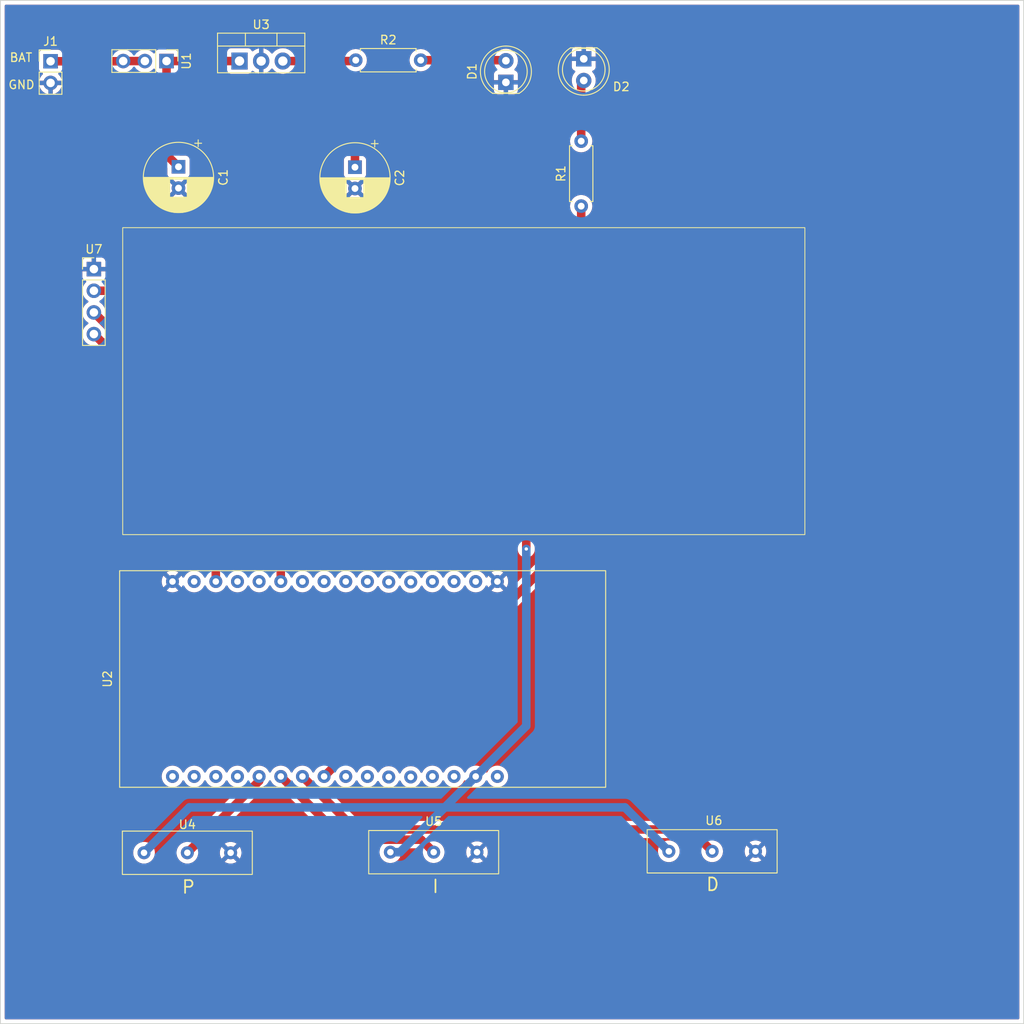
<source format=kicad_pcb>
(kicad_pcb (version 20211014) (generator pcbnew)
  (layers (0 "F.Cu" signal) (31 "B.Cu" signal) (34 "B.Paste" user) (35 "F.Paste" user) (36 "B.SilkS" user "B.Silkscreen") (37 "F.SilkS" user "F.Silkscreen") (38 "B.Mask" user) (39 "F.Mask" user) (44 "Edge.Cuts" user))
  (net 0 "")
  (net 1 "+BATT")
  (net 2 "GND")
  (net 3 "+5V")
  (net 4 "Net-(D1-Pad2)")
  (net 5 "Net-(D2-Pad2)")
  (net 6 "/WF_LED2")
  (net 20 "/SDA")
  (net 21 "/SCL")
  (net 25 "/Ki")
  (net 26 "/Kd")
  (net 27 "/Kp")
  (net 35 "+BATT_IN")
  (footprint "myLibrary:variable_R" (layer "F.Cu") (at 101.02 119.88)
    (fp_text reference "U4" (at 0 -3.3 unlocked) (layer "F.SilkS"))
    (fp_text value "Kp")
    (fp_rect (start -7.62 -2.54) (end 7.62 2.54) (layer "F.SilkS") (width 0.12) (fill none))
    (pad "1" thru_hole circle (at -5.08 0) (size 1.524 1.524) (drill 0.762) (layers *.Cu *.Mask) (net 3 "+5V"))
    (pad "2" thru_hole circle (at 0 0) (size 1.524 1.524) (drill 0.762) (layers *.Cu *.Mask) (net 27 "/Kp"))
    (pad "3" thru_hole circle (at 5.08 0) (size 1.524 1.524) (drill 0.762) (layers *.Cu *.Mask) (net 2 "GND"))
  )
  (footprint "LED_THT:LED_D5.0mm" (layer "F.Cu") (at 147.51 26.77 -90)
    (fp_text reference "D2" (at 3.275 -4.4 180) (layer "F.SilkS"))
    (fp_text value "LED")
    (fp_line (start -1.29 -1.545) (end -1.29 1.545) (layer "F.SilkS") (width 0.12))
    (fp_arc (start 4.26 -0.000462) (mid 2.072002 2.880433) (end -1.29 1.54483) (layer "F.SilkS") (width 0.12))
    (fp_arc (start -1.29 -1.54483) (mid 2.072002 -2.880433) (end 4.26 0.000462) (layer "F.SilkS") (width 0.12))
    (fp_circle (center 1.27 0) (end 3.77 0) (layer "F.SilkS") (width 0.12) (fill none))
    (pad "1" thru_hole rect (at 0 0 270) (size 1.8 1.8) (drill 0.9) (layers *.Cu *.Mask) (net 2 "GND"))
    (pad "2" thru_hole circle (at 2.54 0 270) (size 1.8 1.8) (drill 0.9) (layers *.Cu *.Mask) (net 5 "Net-(D2-Pad2)"))
  )
  (footprint "Capacitor_THT:CP_Radial_D8.0mm_P2.50mm" (layer "F.Cu") (at 120.68 39.477349 -90)
    (fp_text reference "C2" (at 1.25 -5.25 90) (layer "F.SilkS"))
    (fp_text value "CAP")
    (fp_line (start 2.851 1.04) (end 2.851 3.757) (layer "F.SilkS") (width 0.12))
    (fp_line (start 3.571 -3.365) (end 3.571 3.365) (layer "F.SilkS") (width 0.12))
    (fp_line (start 4.771 -2.102) (end 4.771 2.102) (layer "F.SilkS") (width 0.12))
    (fp_line (start 1.33 -4.08) (end 1.33 4.08) (layer "F.SilkS") (width 0.12))
    (fp_line (start 1.69 1.04) (end 1.69 4.057) (layer "F.SilkS") (width 0.12))
    (fp_line (start 2.211 1.04) (end 2.211 3.967) (layer "F.SilkS") (width 0.12))
    (fp_line (start 3.931 -3.09) (end 3.931 3.09) (layer "F.SilkS") (width 0.12))
    (fp_line (start 4.211 -2.826) (end 4.211 2.826) (layer "F.SilkS") (width 0.12))
    (fp_line (start 2.691 -3.821) (end 2.691 -1.04) (layer "F.SilkS") (width 0.12))
    (fp_line (start 2.291 1.04) (end 2.291 3.947) (layer "F.SilkS") (width 0.12))
    (fp_line (start 2.811 -3.774) (end 2.811 -1.04) (layer "F.SilkS") (width 0.12))
    (fp_line (start 3.971 -3.055) (end 3.971 3.055) (layer "F.SilkS") (width 0.12))
    (fp_line (start 5.131 -1.346) (end 5.131 1.346) (layer "F.SilkS") (width 0.12))
    (fp_line (start 3.411 1.04) (end 3.411 3.469) (layer "F.SilkS") (width 0.12))
    (fp_line (start 4.451 -2.556) (end 4.451 2.556) (layer "F.SilkS") (width 0.12))
    (fp_line (start 3.171 -3.606) (end 3.171 -1.04) (layer "F.SilkS") (width 0.12))
    (fp_line (start 2.011 -4.01) (end 2.011 -1.04) (layer "F.SilkS") (width 0.12))
    (fp_line (start 2.571 1.04) (end 2.571 3.863) (layer "F.SilkS") (width 0.12))
    (fp_line (start 2.891 -3.74) (end 2.891 -1.04) (layer "F.SilkS") (width 0.12))
    (fp_line (start 2.331 1.04) (end 2.331 3.936) (layer "F.SilkS") (width 0.12))
    (fp_line (start 4.891 -1.89) (end 4.891 1.89) (layer "F.SilkS") (width 0.12))
    (fp_line (start 2.251 -3.957) (end 2.251 -1.04) (layer "F.SilkS") (width 0.12))
    (fp_line (start 4.731 -2.166) (end 4.731 2.166) (layer "F.SilkS") (width 0.12))
    (fp_line (start 4.051 -2.983) (end 4.051 2.983) (layer "F.SilkS") (width 0.12))
    (fp_line (start 3.011 1.04) (end 3.011 3.686) (layer "F.SilkS") (width 0.12))
    (fp_line (start 2.051 -4.002) (end 2.051 -1.04) (layer "F.SilkS") (width 0.12))
    (fp_line (start 2.411 -3.914) (end 2.411 -1.04) (layer "F.SilkS") (width 0.12))
    (fp_line (start 3.251 1.04) (end 3.251 3.562) (layer "F.SilkS") (width 0.12))
    (fp_line (start 2.451 -3.902) (end 2.451 -1.04) (layer "F.SilkS") (width 0.12))
    (fp_line (start 4.491 -2.505) (end 4.491 2.505) (layer "F.SilkS") (width 0.12))
    (fp_line (start 3.371 -3.493) (end 3.371 -1.04) (layer "F.SilkS") (width 0.12))
    (fp_line (start 1.89 1.04) (end 1.89 4.03) (layer "F.SilkS") (width 0.12))
    (fp_line (start 4.171 -2.867) (end 4.171 2.867) (layer "F.SilkS") (width 0.12))
    (fp_line (start 4.651 -2.287) (end 4.651 2.287) (layer "F.SilkS") (width 0.12))
    (fp_line (start 1.85 1.04) (end 1.85 4.037) (layer "F.SilkS") (width 0.12))
    (fp_line (start 1.29 -4.08) (end 1.29 4.08) (layer "F.SilkS") (width 0.12))
    (fp_line (start 3.691 -3.28) (end 3.691 3.28) (layer "F.SilkS") (width 0.12))
    (fp_line (start 2.611 1.04) (end 2.611 3.85) (layer "F.SilkS") (width 0.12))
    (fp_line (start 2.931 -3.722) (end 2.931 -1.04) (layer "F.SilkS") (width 0.12))
    (fp_line (start 4.691 -2.228) (end 4.691 2.228) (layer "F.SilkS") (width 0.12))
    (fp_line (start 1.93 -4.024) (end 1.93 -1.04) (layer "F.SilkS") (width 0.12))
    (fp_line (start 2.011 1.04) (end 2.011 4.01) (layer "F.SilkS") (width 0.12))
    (fp_line (start -2.759698 -2.715) (end -2.759698 -1.915) (layer "F.SilkS") (width 0.12))
    (fp_line (start 5.171 -1.229) (end 5.171 1.229) (layer "F.SilkS") (width 0.12))
    (fp_line (start 2.611 -3.85) (end 2.611 -1.04) (layer "F.SilkS") (width 0.12))
    (fp_line (start 2.371 1.04) (end 2.371 3.925) (layer "F.SilkS") (width 0.12))
    (fp_line (start 1.49 -4.074) (end 1.49 -1.04) (layer "F.SilkS") (width 0.12))
    (fp_line (start 4.531 -2.454) (end 4.531 2.454) (layer "F.SilkS") (width 0.12))
    (fp_line (start 4.331 -2.697) (end 4.331 2.697) (layer "F.SilkS") (width 0.12))
    (fp_line (start 4.131 -2.907) (end 4.131 2.907) (layer "F.SilkS") (width 0.12))
    (fp_line (start 4.011 -3.019) (end 4.011 3.019) (layer "F.SilkS") (width 0.12))
    (fp_line (start 2.531 -3.877) (end 2.531 -1.04) (layer "F.SilkS") (width 0.12))
    (fp_line (start 4.571 -2.4) (end 4.571 2.4) (layer "F.SilkS") (width 0.12))
    (fp_line (start 2.171 -3.976) (end 2.171 -1.04) (layer "F.SilkS") (width 0.12))
    (fp_line (start 1.77 1.04) (end 1.77 4.048) (layer "F.SilkS") (width 0.12))
    (fp_line (start 4.851 -1.964) (end 4.851 1.964) (layer "F.SilkS") (width 0.12))
    (fp_line (start 2.491 -3.889) (end 2.491 -1.04) (layer "F.SilkS") (width 0.12))
    (fp_line (start 1.81 -4.042) (end 1.81 -1.04) (layer "F.SilkS") (width 0.12))
    (fp_line (start 1.53 1.04) (end 1.53 4.071) (layer "F.SilkS") (width 0.12))
    (fp_line (start 5.331 -0.533) (end 5.331 0.533) (layer "F.SilkS") (width 0.12))
    (fp_line (start 2.971 -3.704) (end 2.971 -1.04) (layer "F.SilkS") (width 0.12))
    (fp_line (start 1.61 -4.065) (end 1.61 -1.04) (layer "F.SilkS") (width 0.12))
    (fp_line (start 1.73 -4.052) (end 1.73 -1.04) (layer "F.SilkS") (width 0.12))
    (fp_line (start 1.37 -4.079) (end 1.37 4.079) (layer "F.SilkS") (width 0.12))
    (fp_line (start 4.931 -1.813) (end 4.931 1.813) (layer "F.SilkS") (width 0.12))
    (fp_line (start 3.811 -3.189) (end 3.811 3.189) (layer "F.SilkS") (width 0.12))
    (fp_line (start 2.171 1.04) (end 2.171 3.976) (layer "F.SilkS") (width 0.12))
    (fp_line (start 3.051 -3.666) (end 3.051 -1.04) (layer "F.SilkS") (width 0.12))
    (fp_line (start 3.331 1.04) (end 3.331 3.517) (layer "F.SilkS") (width 0.12))
    (fp_line (start 3.411 -3.469) (end 3.411 -1.04) (layer "F.SilkS") (width 0.12))
    (fp_line (start 5.251 -0.948) (end 5.251 0.948) (layer "F.SilkS") (width 0.12))
    (fp_line (start 2.891 1.04) (end 2.891 3.74) (layer "F.SilkS") (width 0.12))
    (fp_line (start 3.091 1.04) (end 3.091 3.647) (layer "F.SilkS") (width 0.12))
    (fp_line (start 3.291 -3.54) (end 3.291 -1.04) (layer "F.SilkS") (width 0.12))
    (fp_line (start 4.611 -2.345) (end 4.611 2.345) (layer "F.SilkS") (width 0.12))
    (fp_line (start 1.73 1.04) (end 1.73 4.052) (layer "F.SilkS") (width 0.12))
    (fp_line (start 1.971 -4.017) (end 1.971 -1.04) (layer "F.SilkS") (width 0.12))
    (fp_line (start 2.451 1.04) (end 2.451 3.902) (layer "F.SilkS") (width 0.12))
    (fp_line (start 3.491 1.04) (end 3.491 3.418) (layer "F.SilkS") (width 0.12))
    (fp_line (start 1.45 -4.076) (end 1.45 4.076) (layer "F.SilkS") (width 0.12))
    (fp_line (start 3.531 -3.392) (end 3.531 -1.04) (layer "F.SilkS") (width 0.12))
    (fp_line (start 3.491 -3.418) (end 3.491 -1.04) (layer "F.SilkS") (width 0.12))
    (fp_line (start 3.011 -3.686) (end 3.011 -1.04) (layer "F.SilkS") (width 0.12))
    (fp_line (start 3.331 -3.517) (end 3.331 -1.04) (layer "F.SilkS") (width 0.12))
    (fp_line (start 2.211 -3.967) (end 2.211 -1.04) (layer "F.SilkS") (width 0.12))
    (fp_line (start 2.291 -3.947) (end 2.291 -1.04) (layer "F.SilkS") (width 0.12))
    (fp_line (start 3.211 -3.584) (end 3.211 -1.04) (layer "F.SilkS") (width 0.12))
    (fp_line (start 2.491 1.04) (end 2.491 3.889) (layer "F.SilkS") (width 0.12))
    (fp_line (start 1.65 1.04) (end 1.65 4.061) (layer "F.SilkS") (width 0.12))
    (fp_line (start 2.971 1.04) (end 2.971 3.704) (layer "F.SilkS") (width 0.12))
    (fp_line (start 3.531 1.04) (end 3.531 3.392) (layer "F.SilkS") (width 0.12))
    (fp_line (start 4.251 -2.784) (end 4.251 2.784) (layer "F.SilkS") (width 0.12))
    (fp_line (start 3.091 -3.647) (end 3.091 -1.04) (layer "F.SilkS") (width 0.12))
    (fp_line (start 3.251 -3.562) (end 3.251 -1.04) (layer "F.SilkS") (width 0.12))
    (fp_line (start 2.931 1.04) (end 2.931 3.722) (layer "F.SilkS") (width 0.12))
    (fp_line (start 1.25 -4.08) (end 1.25 4.08) (layer "F.SilkS") (width 0.12))
    (fp_line (start 3.051 1.04) (end 3.051 3.666) (layer "F.SilkS") (width 0.12))
    (fp_line (start 2.091 1.04) (end 2.091 3.994) (layer "F.SilkS") (width 0.12))
    (fp_line (start 2.051 1.04) (end 2.051 4.002) (layer "F.SilkS") (width 0.12))
    (fp_line (start 5.011 -1.645) (end 5.011 1.645) (layer "F.SilkS") (width 0.12))
    (fp_line (start 2.731 1.04) (end 2.731 3.805) (layer "F.SilkS") (width 0.12))
    (fp_line (start 1.65 -4.061) (end 1.65 -1.04) (layer "F.SilkS") (width 0.12))
    (fp_line (start 4.091 -2.945) (end 4.091 2.945) (layer "F.SilkS") (width 0.12))
    (fp_line (start 3.891 -3.124) (end 3.891 3.124) (layer "F.SilkS") (width 0.12))
    (fp_line (start 5.211 -1.098) (end 5.211 1.098) (layer "F.SilkS") (width 0.12))
    (fp_line (start 1.93 1.04) (end 1.93 4.024) (layer "F.SilkS") (width 0.12))
    (fp_line (start 2.651 1.04) (end 2.651 3.835) (layer "F.SilkS") (width 0.12))
    (fp_line (start 3.731 -3.25) (end 3.731 3.25) (layer "F.SilkS") (width 0.12))
    (fp_line (start 1.77 -4.048) (end 1.77 -1.04) (layer "F.SilkS") (width 0.12))
    (fp_line (start 2.131 -3.985) (end 2.131 -1.04) (layer "F.SilkS") (width 0.12))
    (fp_line (start 4.291 -2.741) (end 4.291 2.741) (layer "F.SilkS") (width 0.12))
    (fp_line (start 2.771 1.04) (end 2.771 3.79) (layer "F.SilkS") (width 0.12))
    (fp_line (start 1.57 1.04) (end 1.57 4.068) (layer "F.SilkS") (width 0.12))
    (fp_line (start 2.731 -3.805) (end 2.731 -1.04) (layer "F.SilkS") (width 0.12))
    (fp_line (start 2.651 -3.835) (end 2.651 -1.04) (layer "F.SilkS") (width 0.12))
    (fp_line (start 2.771 -3.79) (end 2.771 -1.04) (layer "F.SilkS") (width 0.12))
    (fp_line (start 3.851 -3.156) (end 3.851 3.156) (layer "F.SilkS") (width 0.12))
    (fp_line (start 2.811 1.04) (end 2.811 3.774) (layer "F.SilkS") (width 0.12))
    (fp_line (start 3.211 1.04) (end 3.211 3.584) (layer "F.SilkS") (width 0.12))
    (fp_line (start 4.811 -2.034) (end 4.811 2.034) (layer "F.SilkS") (width 0.12))
    (fp_line (start 3.611 -3.338) (end 3.611 3.338) (layer "F.SilkS") (width 0.12))
    (fp_line (start 3.131 -3.627) (end 3.131 -1.04) (layer "F.SilkS") (width 0.12))
    (fp_line (start 4.411 -2.604) (end 4.411 2.604) (layer "F.SilkS") (width 0.12))
    (fp_line (start 2.251 1.04) (end 2.251 3.957) (layer "F.SilkS") (width 0.12))
    (fp_line (start 2.331 -3.936) (end 2.331 -1.04) (layer "F.SilkS") (width 0.12))
    (fp_line (start 1.41 -4.077) (end 1.41 4.077) (layer "F.SilkS") (width 0.12))
    (fp_line (start 3.451 -3.444) (end 3.451 -1.04) (layer "F.SilkS") (width 0.12))
    (fp_line (start 4.371 -2.651) (end 4.371 2.651) (layer "F.SilkS") (width 0.12))
    (fp_line (start 4.971 -1.731) (end 4.971 1.731) (layer "F.SilkS") (width 0.12))
    (fp_line (start 2.691 1.04) (end 2.691 3.821) (layer "F.SilkS") (width 0.12))
    (fp_line (start 1.89 -4.03) (end 1.89 -1.04) (layer "F.SilkS") (width 0.12))
    (fp_line (start -3.159698 -2.315) (end -2.359698 -2.315) (layer "F.SilkS") (width 0.12))
    (fp_line (start 3.171 1.04) (end 3.171 3.606) (layer "F.SilkS") (width 0.12))
    (fp_line (start 5.291 -0.768) (end 5.291 0.768) (layer "F.SilkS") (width 0.12))
    (fp_line (start 3.651 -3.309) (end 3.651 3.309) (layer "F.SilkS") (width 0.12))
    (fp_line (start 2.571 -3.863) (end 2.571 -1.04) (layer "F.SilkS") (width 0.12))
    (fp_line (start 1.57 -4.068) (end 1.57 -1.04) (layer "F.SilkS") (width 0.12))
    (fp_line (start 1.81 1.04) (end 1.81 4.042) (layer "F.SilkS") (width 0.12))
    (fp_line (start 5.091 -1.453) (end 5.091 1.453) (layer "F.SilkS") (width 0.12))
    (fp_line (start 5.051 -1.552) (end 5.051 1.552) (layer "F.SilkS") (width 0.12))
    (fp_line (start 2.411 1.04) (end 2.411 3.914) (layer "F.SilkS") (width 0.12))
    (fp_line (start 2.531 1.04) (end 2.531 3.877) (layer "F.SilkS") (width 0.12))
    (fp_line (start 3.131 1.04) (end 3.131 3.627) (layer "F.SilkS") (width 0.12))
    (fp_line (start 1.69 -4.057) (end 1.69 -1.04) (layer "F.SilkS") (width 0.12))
    (fp_line (start 3.371 1.04) (end 3.371 3.493) (layer "F.SilkS") (width 0.12))
    (fp_line (start 1.971 1.04) (end 1.971 4.017) (layer "F.SilkS") (width 0.12))
    (fp_line (start 1.53 -4.071) (end 1.53 -1.04) (layer "F.SilkS") (width 0.12))
    (fp_line (start 3.451 1.04) (end 3.451 3.444) (layer "F.SilkS") (width 0.12))
    (fp_line (start 1.85 -4.037) (end 1.85 -1.04) (layer "F.SilkS") (width 0.12))
    (fp_line (start 3.291 1.04) (end 3.291 3.54) (layer "F.SilkS") (width 0.12))
    (fp_line (start 2.851 -3.757) (end 2.851 -1.04) (layer "F.SilkS") (width 0.12))
    (fp_line (start 2.131 1.04) (end 2.131 3.985) (layer "F.SilkS") (width 0.12))
    (fp_line (start 1.61 1.04) (end 1.61 4.065) (layer "F.SilkS") (width 0.12))
    (fp_line (start 2.371 -3.925) (end 2.371 -1.04) (layer "F.SilkS") (width 0.12))
    (fp_line (start 3.771 -3.22) (end 3.771 3.22) (layer "F.SilkS") (width 0.12))
    (fp_line (start 1.49 1.04) (end 1.49 4.074) (layer "F.SilkS") (width 0.12))
    (fp_line (start 2.091 -3.994) (end 2.091 -1.04) (layer "F.SilkS") (width 0.12))
    (fp_circle (center 1.25 0) (end 5.37 0) (layer "F.SilkS") (width 0.12) (fill none))
    (pad "1" thru_hole rect (at 0 0 270) (size 1.6 1.6) (drill 0.8) (layers *.Cu *.Mask) (net 3 "+5V"))
    (pad "2" thru_hole circle (at 2.5 0 270) (size 1.6 1.6) (drill 0.8) (layers *.Cu *.Mask) (net 2 "GND"))
  )
  (footprint "Connector_PinHeader_2.54mm:PinHeader_1x04_P2.54mm_Vertical" (layer "F.Cu") (at 90.06 51.43)
    (fp_text reference "U7" (at 0 -2.33) (layer "F.SilkS"))
    (fp_text value "LCD")
    (fp_line (start -1.33 -1.33) (end 0 -1.33) (layer "F.SilkS") (width 0.12))
    (fp_line (start -1.33 0) (end -1.33 -1.33) (layer "F.SilkS") (width 0.12))
    (fp_line (start -1.33 1.27) (end -1.33 8.95) (layer "F.SilkS") (width 0.12))
    (fp_line (start -1.33 8.95) (end 1.33 8.95) (layer "F.SilkS") (width 0.12))
    (fp_line (start 1.33 1.27) (end 1.33 8.95) (layer "F.SilkS") (width 0.12))
    (fp_line (start -1.33 1.27) (end 1.33 1.27) (layer "F.SilkS") (width 0.12))
    (pad "1" thru_hole rect (at 0 0) (size 1.7 1.7) (drill 1) (layers *.Cu *.Mask) (net 2 "GND"))
    (pad "2" thru_hole oval (at 0 2.54) (size 1.7 1.7) (drill 1) (layers *.Cu *.Mask) (net 3 "+5V"))
    (pad "3" thru_hole oval (at 0 5.08) (size 1.7 1.7) (drill 1) (layers *.Cu *.Mask) (net 20 "/SDA"))
    (pad "4" thru_hole oval (at 0 7.62) (size 1.7 1.7) (drill 1) (layers *.Cu *.Mask) (net 21 "/SCL"))
  )
  (footprint "LED_THT:LED_D5.0mm" (layer "F.Cu") (at 138.38 29.53 90)
    (fp_text reference "D1" (at 1.27 -3.96 90) (layer "F.SilkS"))
    (fp_text value "LED")
    (fp_line (start -1.29 -1.545) (end -1.29 1.545) (layer "F.SilkS") (width 0.12))
    (fp_arc (start -1.29 -1.54483) (mid 2.072002 -2.880433) (end 4.26 0.000462) (layer "F.SilkS") (width 0.12))
    (fp_arc (start 4.26 -0.000462) (mid 2.072002 2.880433) (end -1.29 1.54483) (layer "F.SilkS") (width 0.12))
    (fp_circle (center 1.27 0) (end 3.77 0) (layer "F.SilkS") (width 0.12) (fill none))
    (pad "1" thru_hole rect (at 0 0 90) (size 1.8 1.8) (drill 0.9) (layers *.Cu *.Mask) (net 2 "GND"))
    (pad "2" thru_hole circle (at 2.54 0 90) (size 1.8 1.8) (drill 0.9) (layers *.Cu *.Mask) (net 4 "Net-(D1-Pad2)"))
  )
  (footprint "Connector_PinHeader_2.54mm:PinHeader_1x03_P2.54mm_Vertical" (layer "F.Cu") (at 98.58 27.03 -90)
    (fp_text reference "U1" (at 0 -2.33 90) (layer "F.SilkS"))
    (fp_text value "Switch1")
    (fp_line (start 1.33 1.27) (end 1.33 6.41) (layer "F.SilkS") (width 0.12))
    (fp_line (start -1.33 6.41) (end 1.33 6.41) (layer "F.SilkS") (width 0.12))
    (fp_line (start -1.33 1.27) (end -1.33 6.41) (layer "F.SilkS") (width 0.12))
    (fp_line (start -1.33 1.27) (end 1.33 1.27) (layer "F.SilkS") (width 0.12))
    (fp_line (start -1.33 -1.33) (end 0 -1.33) (layer "F.SilkS") (width 0.12))
    (fp_line (start -1.33 0) (end -1.33 -1.33) (layer "F.SilkS") (width 0.12))
    (pad "1" thru_hole rect (at 0 0 270) (size 1.7 1.7) (drill 1) (layers *.Cu *.Mask) (net 1 "+BATT"))
    (pad "2" thru_hole oval (at 0 2.54 270) (size 1.7 1.7) (drill 1) (layers *.Cu *.Mask) (net 35 "+BATT_IN"))
    (pad "3" thru_hole oval (at 0 5.08 270) (size 1.7 1.7) (drill 1) (layers *.Cu *.Mask) (net 35 "+BATT_IN"))
  )
  (footprint "Connector_PinHeader_2.54mm:PinHeader_1x02_P2.54mm_Vertical" (layer "F.Cu") (at 84.98 27.055)
    (fp_text reference "J1" (at 0 -2.33) (layer "F.SilkS"))
    (fp_text value "Connector2")
    (fp_line (start -1.33 1.27) (end 1.33 1.27) (layer "F.SilkS") (width 0.12))
    (fp_line (start 1.33 1.27) (end 1.33 3.87) (layer "F.SilkS") (width 0.12))
    (fp_line (start -1.33 -1.33) (end 0 -1.33) (layer "F.SilkS") (width 0.12))
    (fp_line (start -1.33 0) (end -1.33 -1.33) (layer "F.SilkS") (width 0.12))
    (fp_line (start -1.33 3.87) (end 1.33 3.87) (layer "F.SilkS") (width 0.12))
    (fp_line (start -1.33 1.27) (end -1.33 3.87) (layer "F.SilkS") (width 0.12))
    (pad "1" thru_hole rect (at 0 0) (size 1.7 1.7) (drill 1) (layers *.Cu *.Mask) (net 35 "+BATT_IN"))
    (pad "2" thru_hole oval (at 0 2.54) (size 1.7 1.7) (drill 1) (layers *.Cu *.Mask) (net 2 "GND"))
  )
  (footprint "myLibrary:variable_R" (layer "F.Cu") (at 162.57 119.71)
    (fp_text reference "U6" (at 0.2 -3.6 unlocked) (layer "F.SilkS"))
    (fp_text value "Kd")
    (fp_rect (start -7.62 -2.54) (end 7.62 2.54) (layer "F.SilkS") (width 0.12) (fill none))
    (pad "1" thru_hole circle (at -5.08 0) (size 1.524 1.524) (drill 0.762) (layers *.Cu *.Mask) (net 3 "+5V"))
    (pad "2" thru_hole circle (at 0 0) (size 1.524 1.524) (drill 0.762) (layers *.Cu *.Mask) (net 26 "/Kd"))
    (pad "3" thru_hole circle (at 5.08 0) (size 1.524 1.524) (drill 0.762) (layers *.Cu *.Mask) (net 2 "GND"))
  )
  (footprint "Capacitor_THT:CP_Radial_D8.0mm_P2.50mm" (layer "F.Cu") (at 99.98 39.43 -90)
    (fp_text reference "C1" (at 1.25 -5.25 90) (layer "F.SilkS"))
    (fp_text value "CAP")
    (fp_line (start 3.011 -3.686) (end 3.011 -1.04) (layer "F.SilkS") (width 0.12))
    (fp_line (start 1.53 -4.071) (end 1.53 -1.04) (layer "F.SilkS") (width 0.12))
    (fp_line (start 1.65 1.04) (end 1.65 4.061) (layer "F.SilkS") (width 0.12))
    (fp_line (start 1.57 -4.068) (end 1.57 -1.04) (layer "F.SilkS") (width 0.12))
    (fp_line (start 4.571 -2.4) (end 4.571 2.4) (layer "F.SilkS") (width 0.12))
    (fp_line (start 1.69 1.04) (end 1.69 4.057) (layer "F.SilkS") (width 0.12))
    (fp_line (start 4.611 -2.345) (end 4.611 2.345) (layer "F.SilkS") (width 0.12))
    (fp_line (start 3.331 -3.517) (end 3.331 -1.04) (layer "F.SilkS") (width 0.12))
    (fp_line (start 4.651 -2.287) (end 4.651 2.287) (layer "F.SilkS") (width 0.12))
    (fp_line (start 2.811 -3.774) (end 2.811 -1.04) (layer "F.SilkS") (width 0.12))
    (fp_line (start 3.131 -3.627) (end 3.131 -1.04) (layer "F.SilkS") (width 0.12))
    (fp_line (start 2.771 -3.79) (end 2.771 -1.04) (layer "F.SilkS") (width 0.12))
    (fp_line (start 3.291 1.04) (end 3.291 3.54) (layer "F.SilkS") (width 0.12))
    (fp_line (start 4.691 -2.228) (end 4.691 2.228) (layer "F.SilkS") (width 0.12))
    (fp_line (start 4.771 -2.102) (end 4.771 2.102) (layer "F.SilkS") (width 0.12))
    (fp_line (start 2.291 -3.947) (end 2.291 -1.04) (layer "F.SilkS") (width 0.12))
    (fp_line (start 4.011 -3.019) (end 4.011 3.019) (layer "F.SilkS") (width 0.12))
    (fp_line (start 3.331 1.04) (end 3.331 3.517) (layer "F.SilkS") (width 0.12))
    (fp_line (start 3.931 -3.09) (end 3.931 3.09) (layer "F.SilkS") (width 0.12))
    (fp_line (start 2.331 1.04) (end 2.331 3.936) (layer "F.SilkS") (width 0.12))
    (fp_line (start 4.811 -2.034) (end 4.811 2.034) (layer "F.SilkS") (width 0.12))
    (fp_line (start 3.811 -3.189) (end 3.811 3.189) (layer "F.SilkS") (width 0.12))
    (fp_line (start 3.851 -3.156) (end 3.851 3.156) (layer "F.SilkS") (width 0.12))
    (fp_line (start 3.211 1.04) (end 3.211 3.584) (layer "F.SilkS") (width 0.12))
    (fp_line (start 3.971 -3.055) (end 3.971 3.055) (layer "F.SilkS") (width 0.12))
    (fp_line (start 1.25 -4.08) (end 1.25 4.08) (layer "F.SilkS") (width 0.12))
    (fp_line (start 1.49 -4.074) (end 1.49 -1.04) (layer "F.SilkS") (width 0.12))
    (fp_line (start 1.73 -4.052) (end 1.73 -1.04) (layer "F.SilkS") (width 0.12))
    (fp_line (start 5.291 -0.768) (end 5.291 0.768) (layer "F.SilkS") (width 0.12))
    (fp_line (start 1.85 -4.037) (end 1.85 -1.04) (layer "F.SilkS") (width 0.12))
    (fp_line (start 1.85 1.04) (end 1.85 4.037) (layer "F.SilkS") (width 0.12))
    (fp_line (start 1.45 -4.076) (end 1.45 4.076) (layer "F.SilkS") (width 0.12))
    (fp_line (start 5.331 -0.533) (end 5.331 0.533) (layer "F.SilkS") (width 0.12))
    (fp_line (start 2.051 -4.002) (end 2.051 -1.04) (layer "F.SilkS") (width 0.12))
    (fp_line (start 5.091 -1.453) (end 5.091 1.453) (layer "F.SilkS") (width 0.12))
    (fp_line (start 2.731 -3.805) (end 2.731 -1.04) (layer "F.SilkS") (width 0.12))
    (fp_line (start 3.411 -3.469) (end 3.411 -1.04) (layer "F.SilkS") (width 0.12))
    (fp_line (start 1.33 -4.08) (end 1.33 4.08) (layer "F.SilkS") (width 0.12))
    (fp_line (start 2.451 1.04) (end 2.451 3.902) (layer "F.SilkS") (width 0.12))
    (fp_line (start 2.651 1.04) (end 2.651 3.835) (layer "F.SilkS") (width 0.12))
    (fp_line (start -2.759698 -2.715) (end -2.759698 -1.915) (layer "F.SilkS") (width 0.12))
    (fp_line (start 3.891 -3.124) (end 3.891 3.124) (layer "F.SilkS") (width 0.12))
    (fp_line (start 3.531 -3.392) (end 3.531 -1.04) (layer "F.SilkS") (width 0.12))
    (fp_line (start 3.371 -3.493) (end 3.371 -1.04) (layer "F.SilkS") (width 0.12))
    (fp_line (start 2.091 1.04) (end 2.091 3.994) (layer "F.SilkS") (width 0.12))
    (fp_line (start 2.571 -3.863) (end 2.571 -1.04) (layer "F.SilkS") (width 0.12))
    (fp_line (start 3.771 -3.22) (end 3.771 3.22) (layer "F.SilkS") (width 0.12))
    (fp_line (start 1.81 -4.042) (end 1.81 -1.04) (layer "F.SilkS") (width 0.12))
    (fp_line (start 2.891 -3.74) (end 2.891 -1.04) (layer "F.SilkS") (width 0.12))
    (fp_line (start 4.891 -1.89) (end 4.891 1.89) (layer "F.SilkS") (width 0.12))
    (fp_line (start 3.211 -3.584) (end 3.211 -1.04) (layer "F.SilkS") (width 0.12))
    (fp_line (start 1.69 -4.057) (end 1.69 -1.04) (layer "F.SilkS") (width 0.12))
    (fp_line (start 1.29 -4.08) (end 1.29 4.08) (layer "F.SilkS") (width 0.12))
    (fp_line (start 4.331 -2.697) (end 4.331 2.697) (layer "F.SilkS") (width 0.12))
    (fp_line (start 2.491 -3.889) (end 2.491 -1.04) (layer "F.SilkS") (width 0.12))
    (fp_line (start 2.611 1.04) (end 2.611 3.85) (layer "F.SilkS") (width 0.12))
    (fp_line (start 4.411 -2.604) (end 4.411 2.604) (layer "F.SilkS") (width 0.12))
    (fp_line (start 2.691 1.04) (end 2.691 3.821) (layer "F.SilkS") (width 0.12))
    (fp_line (start 1.65 -4.061) (end 1.65 -1.04) (layer "F.SilkS") (width 0.12))
    (fp_line (start 3.651 -3.309) (end 3.651 3.309) (layer "F.SilkS") (width 0.12))
    (fp_line (start 4.451 -2.556) (end 4.451 2.556) (layer "F.SilkS") (width 0.12))
    (fp_line (start 2.571 1.04) (end 2.571 3.863) (layer "F.SilkS") (width 0.12))
    (fp_line (start 2.171 1.04) (end 2.171 3.976) (layer "F.SilkS") (width 0.12))
    (fp_line (start 4.051 -2.983) (end 4.051 2.983) (layer "F.SilkS") (width 0.12))
    (fp_line (start 2.851 -3.757) (end 2.851 -1.04) (layer "F.SilkS") (width 0.12))
    (fp_line (start 2.531 -3.877) (end 2.531 -1.04) (layer "F.SilkS") (width 0.12))
    (fp_line (start 2.531 1.04) (end 2.531 3.877) (layer "F.SilkS") (width 0.12))
    (fp_line (start 1.73 1.04) (end 1.73 4.052) (layer "F.SilkS") (width 0.12))
    (fp_line (start 2.411 -3.914) (end 2.411 -1.04) (layer "F.SilkS") (width 0.12))
    (fp_line (start -3.159698 -2.315) (end -2.359698 -2.315) (layer "F.SilkS") (width 0.12))
    (fp_line (start 3.051 -3.666) (end 3.051 -1.04) (layer "F.SilkS") (width 0.12))
    (fp_line (start 4.131 -2.907) (end 4.131 2.907) (layer "F.SilkS") (width 0.12))
    (fp_line (start 5.251 -0.948) (end 5.251 0.948) (layer "F.SilkS") (width 0.12))
    (fp_line (start 4.371 -2.651) (end 4.371 2.651) (layer "F.SilkS") (width 0.12))
    (fp_line (start 2.931 -3.722) (end 2.931 -1.04) (layer "F.SilkS") (width 0.12))
    (fp_line (start 1.93 1.04) (end 1.93 4.024) (layer "F.SilkS") (width 0.12))
    (fp_line (start 5.171 -1.229) (end 5.171 1.229) (layer "F.SilkS") (width 0.12))
    (fp_line (start 2.891 1.04) (end 2.891 3.74) (layer "F.SilkS") (width 0.12))
    (fp_line (start 2.451 -3.902) (end 2.451 -1.04) (layer "F.SilkS") (width 0.12))
    (fp_line (start 3.131 1.04) (end 3.131 3.627) (layer "F.SilkS") (width 0.12))
    (fp_line (start 1.93 -4.024) (end 1.93 -1.04) (layer "F.SilkS") (width 0.12))
    (fp_line (start 1.49 1.04) (end 1.49 4.074) (layer "F.SilkS") (width 0.12))
    (fp_line (start 1.57 1.04) (end 1.57 4.068) (layer "F.SilkS") (width 0.12))
    (fp_line (start 2.251 -3.957) (end 2.251 -1.04) (layer "F.SilkS") (width 0.12))
    (fp_line (start 1.89 1.04) (end 1.89 4.03) (layer "F.SilkS") (width 0.12))
    (fp_line (start 5.211 -1.098) (end 5.211 1.098) (layer "F.SilkS") (width 0.12))
    (fp_line (start 3.091 -3.647) (end 3.091 -1.04) (layer "F.SilkS") (width 0.12))
    (fp_line (start 3.291 -3.54) (end 3.291 -1.04) (layer "F.SilkS") (width 0.12))
    (fp_line (start 2.171 -3.976) (end 2.171 -1.04) (layer "F.SilkS") (width 0.12))
    (fp_line (start 2.731 1.04) (end 2.731 3.805) (layer "F.SilkS") (width 0.12))
    (fp_line (start 2.211 1.04) (end 2.211 3.967) (layer "F.SilkS") (width 0.12))
    (fp_line (start 3.691 -3.28) (end 3.691 3.28) (layer "F.SilkS") (width 0.12))
    (fp_line (start 3.251 -3.562) (end 3.251 -1.04) (layer "F.SilkS") (width 0.12))
    (fp_line (start 2.371 1.04) (end 2.371 3.925) (layer "F.SilkS") (width 0.12))
    (fp_line (start 1.77 1.04) (end 1.77 4.048) (layer "F.SilkS") (width 0.12))
    (fp_line (start 4.851 -1.964) (end 4.851 1.964) (layer "F.SilkS") (width 0.12))
    (fp_line (start 4.971 -1.731) (end 4.971 1.731) (layer "F.SilkS") (width 0.12))
    (fp_line (start 3.411 1.04) (end 3.411 3.469) (layer "F.SilkS") (width 0.12))
    (fp_line (start 2.811 1.04) (end 2.811 3.774) (layer "F.SilkS") (width 0.12))
    (fp_line (start 4.171 -2.867) (end 4.171 2.867) (layer "F.SilkS") (width 0.12))
    (fp_line (start 2.971 1.04) (end 2.971 3.704) (layer "F.SilkS") (width 0.12))
    (fp_line (start 4.531 -2.454) (end 4.531 2.454) (layer "F.SilkS") (width 0.12))
    (fp_line (start 1.77 -4.048) (end 1.77 -1.04) (layer "F.SilkS") (width 0.12))
    (fp_line (start 3.571 -3.365) (end 3.571 3.365) (layer "F.SilkS") (width 0.12))
    (fp_line (start 3.371 1.04) (end 3.371 3.493) (layer "F.SilkS") (width 0.12))
    (fp_line (start 2.971 -3.704) (end 2.971 -1.04) (layer "F.SilkS") (width 0.12))
    (fp_line (start 2.011 1.04) (end 2.011 4.01) (layer "F.SilkS") (width 0.12))
    (fp_line (start 3.531 1.04) (end 3.531 3.392) (layer "F.SilkS") (width 0.12))
    (fp_line (start 3.051 1.04) (end 3.051 3.666) (layer "F.SilkS") (width 0.12))
    (fp_line (start 4.091 -2.945) (end 4.091 2.945) (layer "F.SilkS") (width 0.12))
    (fp_line (start 2.491 1.04) (end 2.491 3.889) (layer "F.SilkS") (width 0.12))
    (fp_line (start 2.691 -3.821) (end 2.691 -1.04) (layer "F.SilkS") (width 0.12))
    (fp_line (start 3.251 1.04) (end 3.251 3.562) (layer "F.SilkS") (width 0.12))
    (fp_line (start 2.051 1.04) (end 2.051 4.002) (layer "F.SilkS") (width 0.12))
    (fp_line (start 4.731 -2.166) (end 4.731 2.166) (layer "F.SilkS") (width 0.12))
    (fp_line (start 1.971 -4.017) (end 1.971 -1.04) (layer "F.SilkS") (width 0.12))
    (fp_line (start 4.291 -2.741) (end 4.291 2.741) (layer "F.SilkS") (width 0.12))
    (fp_line (start 4.931 -1.813) (end 4.931 1.813) (layer "F.SilkS") (width 0.12))
    (fp_line (start 1.41 -4.077) (end 1.41 4.077) (layer "F.SilkS") (width 0.12))
    (fp_line (start 2.291 1.04) (end 2.291 3.947) (layer "F.SilkS") (width 0.12))
    (fp_line (start 3.011 1.04) (end 3.011 3.686) (layer "F.SilkS") (width 0.12))
    (fp_line (start 5.051 -1.552) (end 5.051 1.552) (layer "F.SilkS") (width 0.12))
    (fp_line (start 2.251 1.04) (end 2.251 3.957) (layer "F.SilkS") (width 0.12))
    (fp_line (start 3.171 1.04) (end 3.171 3.606) (layer "F.SilkS") (width 0.12))
    (fp_line (start 2.611 -3.85) (end 2.611 -1.04) (layer "F.SilkS") (width 0.12))
    (fp_line (start 2.371 -3.925) (end 2.371 -1.04) (layer "F.SilkS") (width 0.12))
    (fp_line (start 3.611 -3.338) (end 3.611 3.338) (layer "F.SilkS") (width 0.12))
    (fp_line (start 3.091 1.04) (end 3.091 3.647) (layer "F.SilkS") (width 0.12))
    (fp_line (start 2.411 1.04) (end 2.411 3.914) (layer "F.SilkS") (width 0.12))
    (fp_line (start 2.771 1.04) (end 2.771 3.79) (layer "F.SilkS") (width 0.12))
    (fp_line (start 1.81 1.04) (end 1.81 4.042) (layer "F.SilkS") (width 0.12))
    (fp_line (start 2.331 -3.936) (end 2.331 -1.04) (layer "F.SilkS") (width 0.12))
    (fp_line (start 4.491 -2.505) (end 4.491 2.505) (layer "F.SilkS") (width 0.12))
    (fp_line (start 4.251 -2.784) (end 4.251 2.784) (layer "F.SilkS") (width 0.12))
    (fp_line (start 3.451 1.04) (end 3.451 3.444) (layer "F.SilkS") (width 0.12))
    (fp_line (start 1.61 -4.065) (end 1.61 -1.04) (layer "F.SilkS") (width 0.12))
    (fp_line (start 2.851 1.04) (end 2.851 3.757) (layer "F.SilkS") (width 0.12))
    (fp_line (start 2.651 -3.835) (end 2.651 -1.04) (layer "F.SilkS") (width 0.12))
    (fp_line (start 1.37 -4.079) (end 1.37 4.079) (layer "F.SilkS") (width 0.12))
    (fp_line (start 1.53 1.04) (end 1.53 4.071) (layer "F.SilkS") (width 0.12))
    (fp_line (start 2.931 1.04) (end 2.931 3.722) (layer "F.SilkS") (width 0.12))
    (fp_line (start 3.451 -3.444) (end 3.451 -1.04) (layer "F.SilkS") (width 0.12))
    (fp_line (start 5.011 -1.645) (end 5.011 1.645) (layer "F.SilkS") (width 0.12))
    (fp_line (start 1.89 -4.03) (end 1.89 -1.04) (layer "F.SilkS") (width 0.12))
    (fp_line (start 3.491 -3.418) (end 3.491 -1.04) (layer "F.SilkS") (width 0.12))
    (fp_line (start 1.971 1.04) (end 1.971 4.017) (layer "F.SilkS") (width 0.12))
    (fp_line (start 2.131 -3.985) (end 2.131 -1.04) (layer "F.SilkS") (width 0.12))
    (fp_line (start 2.131 1.04) (end 2.131 3.985) (layer "F.SilkS") (width 0.12))
    (fp_line (start 2.011 -4.01) (end 2.011 -1.04) (layer "F.SilkS") (width 0.12))
    (fp_line (start 3.731 -3.25) (end 3.731 3.25) (layer "F.SilkS") (width 0.12))
    (fp_line (start 4.211 -2.826) (end 4.211 2.826) (layer "F.SilkS") (width 0.12))
    (fp_line (start 1.61 1.04) (end 1.61 4.065) (layer "F.SilkS") (width 0.12))
    (fp_line (start 5.131 -1.346) (end 5.131 1.346) (layer "F.SilkS") (width 0.12))
    (fp_line (start 3.171 -3.606) (end 3.171 -1.04) (layer "F.SilkS") (width 0.12))
    (fp_line (start 3.491 1.04) (end 3.491 3.418) (layer "F.SilkS") (width 0.12))
    (fp_line (start 2.091 -3.994) (end 2.091 -1.04) (layer "F.SilkS") (width 0.12))
    (fp_line (start 2.211 -3.967) (end 2.211 -1.04) (layer "F.SilkS") (width 0.12))
    (fp_circle (center 1.25 0) (end 5.37 0) (layer "F.SilkS") (width 0.12) (fill none))
    (pad "1" thru_hole rect (at 0 0 270) (size 1.6 1.6) (drill 0.8) (layers *.Cu *.Mask) (net 1 "+BATT"))
    (pad "2" thru_hole circle (at 2.5 0 270) (size 1.6 1.6) (drill 0.8) (layers *.Cu *.Mask) (net 2 "GND"))
  )
  (footprint "Resistor_THT:R_Axial_DIN0207_L6.3mm_D2.5mm_P7.62mm_Horizontal" (layer "F.Cu") (at 147.21 44.045 90)
    (fp_text reference "R1" (at 3.81 -2.37 90) (layer "F.SilkS"))
    (fp_text value "40")
    (fp_line (start 0.54 -1.04) (end 0.54 -1.37) (layer "F.SilkS") (width 0.12))
    (fp_line (start 7.08 1.37) (end 7.08 1.04) (layer "F.SilkS") (width 0.12))
    (fp_line (start 7.08 -1.37) (end 7.08 -1.04) (layer "F.SilkS") (width 0.12))
    (fp_line (start 0.54 -1.37) (end 7.08 -1.37) (layer "F.SilkS") (width 0.12))
    (fp_line (start 0.54 1.37) (end 7.08 1.37) (layer "F.SilkS") (width 0.12))
    (fp_line (start 0.54 1.04) (end 0.54 1.37) (layer "F.SilkS") (width 0.12))
    (pad "1" thru_hole circle (at 0 0 90) (size 1.6 1.6) (drill 0.8) (layers *.Cu *.Mask) (net 6 "/WF_LED2"))
    (pad "2" thru_hole oval (at 7.62 0 90) (size 1.6 1.6) (drill 0.8) (layers *.Cu *.Mask) (net 5 "Net-(D2-Pad2)"))
  )
  (footprint "Resistor_THT:R_Axial_DIN0207_L6.3mm_D2.5mm_P7.62mm_Horizontal" (layer "F.Cu") (at 120.77 26.93)
    (fp_text reference "R2" (at 3.81 -2.37) (layer "F.SilkS"))
    (fp_text value "330")
    (fp_line (start 7.08 1.37) (end 7.08 1.04) (layer "F.SilkS") (width 0.12))
    (fp_line (start 0.54 -1.04) (end 0.54 -1.37) (layer "F.SilkS") (width 0.12))
    (fp_line (start 0.54 1.37) (end 7.08 1.37) (layer "F.SilkS") (width 0.12))
    (fp_line (start 0.54 1.04) (end 0.54 1.37) (layer "F.SilkS") (width 0.12))
    (fp_line (start 7.08 -1.37) (end 7.08 -1.04) (layer "F.SilkS") (width 0.12))
    (fp_line (start 0.54 -1.37) (end 7.08 -1.37) (layer "F.SilkS") (width 0.12))
    (pad "1" thru_hole circle (at 0 0) (size 1.6 1.6) (drill 0.8) (layers *.Cu *.Mask) (net 3 "+5V"))
    (pad "2" thru_hole oval (at 7.62 0) (size 1.6 1.6) (drill 0.8) (layers *.Cu *.Mask) (net 4 "Net-(D1-Pad2)"))
  )
  (footprint "myLibrary:Loline_d_32" (layer "F.Cu") (at 119.6 99.5 90)
    (fp_text reference "U2" (at 0 -27.94 90 unlocked) (layer "F.SilkS"))
    (fp_text value "Loline_d_32")
    (fp_rect (start -12.7 -26.52) (end 12.7 30.48) (layer "F.SilkS") (width 0.12) (fill none))
    (pad "0" thru_hole circle (at 11.43 10.16 90) (size 1.524 1.524) (drill 0.762) (layers *.Cu *.Mask))
    (pad "2" thru_hole circle (at 11.43 12.7 90) (size 1.524 1.524) (drill 0.762) (layers *.Cu *.Mask))
    (pad "3V" thru_hole circle (at -11.43 -20.32 90) (size 1.524 1.524) (drill 0.762) (layers *.Cu *.Mask))
    (pad "4" thru_hole circle (at 11.37 7.619999 90) (size 1.524 1.524) (drill 0.762) (layers *.Cu *.Mask))
    (pad "5" thru_hole circle (at 11.43 0 90) (size 1.524 1.524) (drill 0.762) (layers *.Cu *.Mask))
    (pad "12" thru_hole circle (at -11.49 7.619999 90) (size 1.524 1.524) (drill 0.762) (layers *.Cu *.Mask))
    (pad "13" thru_hole circle (at -11.43 10.16 90) (size 1.524 1.524) (drill 0.762) (layers *.Cu *.Mask))
    (pad "14" thru_hole circle (at -11.49 5.039999 90) (size 1.524 1.524) (drill 0.762) (layers *.Cu *.Mask))
    (pad "15" thru_hole circle (at 11.43 15.24 90) (size 1.524 1.524) (drill 0.762) (layers *.Cu *.Mask))
    (pad "16" thru_hole circle (at 11.37 5.039999 90) (size 1.524 1.524) (drill 0.762) (layers *.Cu *.Mask))
    (pad "17" thru_hole circle (at 11.43 2.54 90) (size 1.524 1.524) (drill 0.762) (layers *.Cu *.Mask))
    (pad "18" thru_hole circle (at 11.43 -2.54 90) (size 1.524 1.524) (drill 0.762) (layers *.Cu *.Mask))
    (pad "19" thru_hole circle (at 11.43 -5.08 90) (size 1.524 1.524) (drill 0.762) (layers *.Cu *.Mask))
    (pad "21" thru_hole circle (at 11.43 -7.62 90) (size 1.524 1.524) (drill 0.762) (layers *.Cu *.Mask) (net 20 "/SDA"))
    (pad "22" thru_hole circle (at 11.43 -15.24 90) (size 1.524 1.524) (drill 0.762) (layers *.Cu *.Mask) (net 21 "/SCL"))
    (pad "23" thru_hole circle (at 11.43 -17.78 90) (size 1.524 1.524) (drill 0.762) (layers *.Cu *.Mask))
    (pad "25" thru_hole circle (at -11.43 -2.54 90) (size 1.524 1.524) (drill 0.762) (layers *.Cu *.Mask) (net 6 "/WF_LED2"))
    (pad "26" thru_hole circle (at -11.43 0 90) (size 1.524 1.524) (drill 0.762) (layers *.Cu *.Mask))
    (pad "27" thru_hole circle (at -11.43 2.54 90) (size 1.524 1.524) (drill 0.762) (layers *.Cu *.Mask))
    (pad "32" thru_hole circle (at -11.43 -7.62 90) (size 1.524 1.524) (drill 0.762) (layers *.Cu *.Mask) (net 25 "/Ki"))
    (pad "33" thru_hole circle (at -11.43 -5.08 90) (size 1.524 1.524) (drill 0.762) (layers *.Cu *.Mask) (net 26 "/Kd"))
    (pad "34" thru_hole circle (at -11.43 -10.16 90) (size 1.524 1.524) (drill 0.762) (layers *.Cu *.Mask) (net 27 "/Kp"))
    (pad "BAT" thru_hole circle (at -11.43 17.78 90) (size 1.524 1.524) (drill 0.762) (layers *.Cu *.Mask))
    (pad "EN" thru_hole circle (at -11.43 12.7 90) (size 1.524 1.524) (drill 0.762) (layers *.Cu *.Mask))
    (pad "GND" thru_hole circle (at 11.43 -20.32 90) (size 1.524 1.524) (drill 0.762) (layers *.Cu *.Mask) (net 2 "GND"))
    (pad "GND" thru_hole circle (at 11.43 17.78 90) (size 1.524 1.524) (drill 0.762) (layers *.Cu *.Mask) (net 2 "GND"))
    (pad "RS" thru_hole circle (at -11.43 -17.78 90) (size 1.524 1.524) (drill 0.762) (layers *.Cu *.Mask))
    (pad "RX" thru_hole circle (at 11.43 -10.16 90) (size 1.524 1.524) (drill 0.762) (layers *.Cu *.Mask))
    (pad "TX" thru_hole circle (at 11.43 -12.7 90) (size 1.524 1.524) (drill 0.762) (layers *.Cu *.Mask))
    (pad "USB" thru_hole circle (at -11.43 15.24 90) (size 1.524 1.524) (drill 0.762) (layers *.Cu *.Mask) (net 3 "+5V"))
    (pad "VN" thru_hole circle (at -11.43 -12.7 90) (size 1.524 1.524) (drill 0.762) (layers *.Cu *.Mask))
    (pad "VP" thru_hole circle (at -11.43 -15.24 90) (size 1.524 1.524) (drill 0.762) (layers *.Cu *.Mask))
  )
  (footprint "myLibrary:variable_R" (layer "F.Cu") (at 129.91 119.81)
    (fp_text reference "U5" (at 0 -3.6 unlocked) (layer "F.SilkS"))
    (fp_text value "Ki")
    (fp_rect (start -7.62 -2.54) (end 7.62 2.54) (layer "F.SilkS") (width 0.12) (fill none))
    (pad "1" thru_hole circle (at -5.08 0) (size 1.524 1.524) (drill 0.762) (layers *.Cu *.Mask) (net 3 "+5V"))
    (pad "2" thru_hole circle (at 0 0) (size 1.524 1.524) (drill 0.762) (layers *.Cu *.Mask) (net 25 "/Ki"))
    (pad "3" thru_hole circle (at 5.08 0) (size 1.524 1.524) (drill 0.762) (layers *.Cu *.Mask) (net 2 "GND"))
  )
  (footprint "Package_TO_SOT_THT:TO-220-3_Vertical" (layer "F.Cu") (at 107.14 27.03)
    (fp_text reference "U3" (at 2.54 -4.27) (layer "F.SilkS"))
    (fp_text value "L7805")
    (fp_line (start 0.69 -3.27) (end 0.69 -1.76) (layer "F.SilkS") (width 0.12))
    (fp_line (start 4.391 -3.27) (end 4.391 -1.76) (layer "F.SilkS") (width 0.12))
    (fp_line (start 7.66 -3.27) (end 7.66 1.371) (layer "F.SilkS") (width 0.12))
    (fp_line (start -2.58 1.371) (end 7.66 1.371) (layer "F.SilkS") (width 0.12))
    (fp_line (start -2.58 -3.27) (end 7.66 -3.27) (layer "F.SilkS") (width 0.12))
    (fp_line (start -2.58 -1.76) (end 7.66 -1.76) (layer "F.SilkS") (width 0.12))
    (fp_line (start -2.58 -3.27) (end -2.58 1.371) (layer "F.SilkS") (width 0.12))
    (pad "1" thru_hole rect (at 0 0) (size 1.905 2) (drill 1.1) (layers *.Cu *.Mask) (net 1 "+BATT"))
    (pad "2" thru_hole oval (at 2.54 0) (size 1.905 2) (drill 1.1) (layers *.Cu *.Mask) (net 2 "GND"))
    (pad "3" thru_hole oval (at 5.08 0) (size 1.905 2) (drill 1.1) (layers *.Cu *.Mask) (net 3 "+5V"))
  )
  (gr_rect (start 93.44 46.57) (end 173.44 82.57) (layer "F.SilkS") (width 0.1) (fill none))
  (gr_rect (start 79.1 19.92) (end 199.1 139.92) (layer "Edge.Cuts") (width 0.1) (fill none))
  (gr_text "P" (at 101.15 123.9) (layer "F.SilkS") (effects (font (size 1.5 1.5) (thickness 0.2))))
  (gr_text "GND" (at 81.57 29.81) (layer "F.SilkS") (effects (font (size 1 1))))
  (gr_text "I\n" (at 130.12 123.83) (layer "F.SilkS") (effects (font (size 1.5 1.5) (thickness 0.2))))
  (gr_text "D" (at 162.63 123.59) (layer "F.SilkS") (effects (font (size 1.5 1.5) (thickness 0.2))))
  (gr_text "BAT" (at 81.51 26.62) (layer "F.SilkS") (effects (font (size 1 1))))
  (segment (start 98.58 38.03) (end 99.98 39.43) (width 1) (layer "F.Cu") (net 1))
  (segment (start 98.58 27.03) (end 107.14 27.03) (width 1) (layer "F.Cu") (net 1))
  (segment (start 98.58 27.03) (end 98.58 38.03) (width 1) (layer "F.Cu") (net 1))
  (segment (start 140.77 80.24) (end 140.77 84.25) (width 1) (layer "F.Cu") (net 3))
  (segment (start 94.7 53.97) (end 104.6 44.07) (width 1) (layer "F.Cu") (net 3))
  (segment (start 120.68 29.7) (end 118.01 27.03) (width 1) (layer "F.Cu") (net 3))
  (segment (start 114.1 34.57) (end 120.68 34.57) (width 1) (layer "F.Cu") (net 3))
  (segment (start 104.6 44.07) (end 140.77 80.24) (width 1) (layer "F.Cu") (net 3))
  (segment (start 120.68 39.477349) (end 120.68 34.57) (width 1) (layer "F.Cu") (net 3))
  (segment (start 90.06 53.97) (end 94.7 53.97) (width 1) (layer "F.Cu") (net 3))
  (segment (start 120.67 27.03) (end 120.77 26.93) (width 1) (layer "F.Cu") (net 3))
  (segment (start 120.68 34.57) (end 120.68 29.7) (width 1) (layer "F.Cu") (net 3))
  (segment (start 104.6 44.07) (end 114.1 34.57) (width 1) (layer "F.Cu") (net 3))
  (segment (start 118.01 27.03) (end 120.67 27.03) (width 1) (layer "F.Cu") (net 3))
  (segment (start 112.22 27.03) (end 118.01 27.03) (width 1) (layer "F.Cu") (net 3))
  (via (at 140.77 84.25) (size 0.8) (drill 0.4) (layers "F.Cu" "B.Cu") (net 3))
  (segment (start 95.94 119.88) (end 101.26 114.56) (width 1) (layer "B.Cu") (net 3))
  (segment (start 131.21 114.56) (end 140.77 105) (width 1) (layer "B.Cu") (net 3))
  (segment (start 101.26 114.56) (end 131.21 114.56) (width 1) (layer "B.Cu") (net 3))
  (segment (start 125.96 119.81) (end 131.21 114.56) (width 1) (layer "B.Cu") (net 3))
  (segment (start 152.34 114.56) (end 157.49 119.71) (width 1) (layer "B.Cu") (net 3))
  (segment (start 124.83 119.81) (end 125.96 119.81) (width 1) (layer "B.Cu") (net 3))
  (segment (start 131.21 114.56) (end 152.34 114.56) (width 1) (layer "B.Cu") (net 3))
  (segment (start 140.77 84.25) (end 140.77 105) (width 1) (layer "B.Cu") (net 3))
  (segment (start 128.39 26.93) (end 138.32 26.93) (width 1) (layer "F.Cu") (net 4))
  (segment (start 138.32 26.93) (end 138.38 26.99) (width 1) (layer "F.Cu") (net 4))
  (segment (start 147.21 29.61) (end 147.51 29.31) (width 1) (layer "F.Cu") (net 5))
  (segment (start 147.21 36.425) (end 147.21 29.61) (width 1) (layer "F.Cu") (net 5))
  (segment (start 130.9 97.09) (end 117.06 110.93) (width 1) (layer "F.Cu") (net 6))
  (segment (start 132.2 97.09) (end 130.9 97.09) (width 1) (layer "F.Cu") (net 6))
  (segment (start 147.21 82.08) (end 132.2 97.09) (width 1) (layer "F.Cu") (net 6))
  (segment (start 147.21 44.045) (end 147.21 82.08) (width 1) (layer "F.Cu") (net 6))
  (segment (start 90.06 56.51) (end 111.98 78.43) (width 1) (layer "F.Cu") (net 20))
  (segment (start 111.98 78.43) (end 111.98 88.07) (width 1) (layer "F.Cu") (net 20))
  (segment (start 104.36 73.35) (end 104.36 88.07) (width 1) (layer "F.Cu") (net 21))
  (segment (start 90.06 59.05) (end 104.36 73.35) (width 1) (layer "F.Cu") (net 21))
  (segment (start 129.91 119.81) (end 128.448489 118.348489) (width 1) (layer "F.Cu") (net 25))
  (segment (start 128.448489 118.348489) (end 119.398489 118.348489) (width 1) (layer "F.Cu") (net 25))
  (segment (start 119.398489 118.348489) (end 111.98 110.93) (width 1) (layer "F.Cu") (net 25))
  (segment (start 120.738969 117.148969) (end 114.52 110.93) (width 1) (layer "F.Cu") (net 26))
  (segment (start 162.57 119.71) (end 160.008969 117.148969) (width 1) (layer "F.Cu") (net 26))
  (segment (start 160.008969 117.148969) (end 120.738969 117.148969) (width 1) (layer "F.Cu") (net 26))
  (segment (start 109.44 111.46) (end 109.44 110.93) (width 1) (layer "F.Cu") (net 27))
  (segment (start 101.02 119.88) (end 109.44 111.46) (width 1) (layer "F.Cu") (net 27))
  (segment (start 93.5 27.03) (end 96.04 27.03) (width 1) (layer "F.Cu") (net 35))
  (segment (start 93.475 27.055) (end 93.5 27.03) (width 1) (layer "F.Cu") (net 35))
  (segment (start 84.98 27.055) (end 93.475 27.055) (width 1) (layer "F.Cu") (net 35))
  (zone (net 2) (net_name "GND") (layer "F.Cu") (connect_pads (clearance 0.508)) (min_thickness 0.254) (fill yes (thermal_gap 0.508) (thermal_bridge_width 0.508))
    (polygon (pts (xy 199.1 139.91) (xy 79.11 139.9) (xy 79.1 19.92) (xy 199.1 19.92)))
  )
  (zone (net 2) (net_name "GND") (layer "B.Cu") (connect_pads (clearance 0.508)) (min_thickness 0.254) (fill yes (thermal_gap 0.508) (thermal_bridge_width 0.508))
    (polygon (pts (xy 199.1 19.93) (xy 199.09 139.91) (xy 79.11 139.91) (xy 79.1 19.92)))
  )
)
</source>
